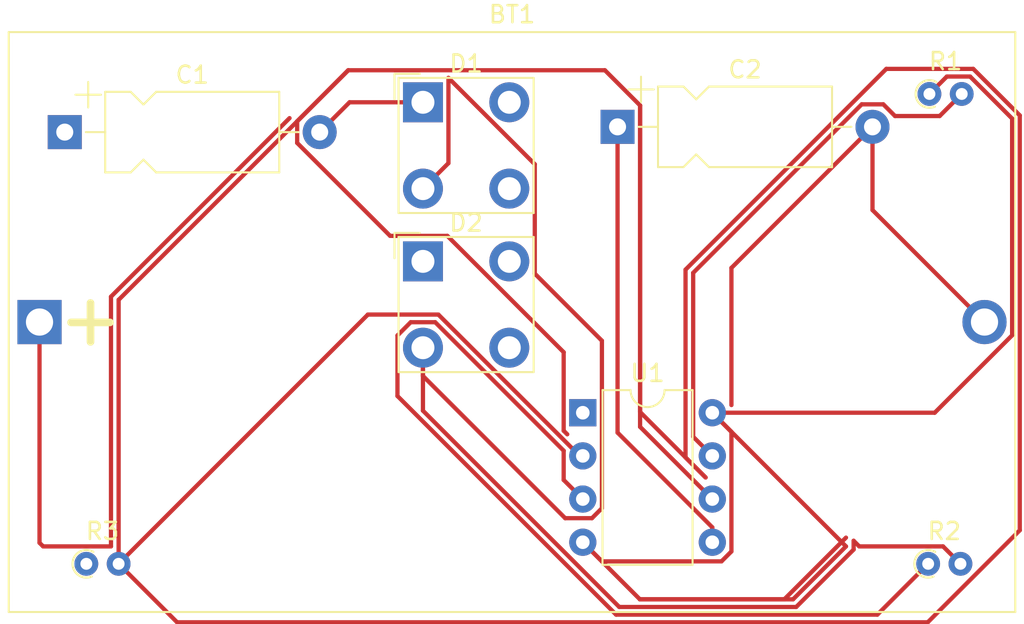
<source format=kicad_pcb>
(kicad_pcb (version 20171130) (host pcbnew 5.1.10-88a1d61d58~90~ubuntu21.04.1)

  (general
    (thickness 1.6)
    (drawings 0)
    (tracks 93)
    (zones 0)
    (modules 9)
    (nets 8)
  )

  (page A4)
  (layers
    (0 F.Cu signal)
    (31 B.Cu signal)
    (32 B.Adhes user)
    (33 F.Adhes user)
    (34 B.Paste user)
    (35 F.Paste user)
    (36 B.SilkS user)
    (37 F.SilkS user)
    (38 B.Mask user)
    (39 F.Mask user)
    (40 Dwgs.User user)
    (41 Cmts.User user)
    (42 Eco1.User user)
    (43 Eco2.User user)
    (44 Edge.Cuts user)
    (45 Margin user)
    (46 B.CrtYd user)
    (47 F.CrtYd user)
    (48 B.Fab user)
    (49 F.Fab user)
  )

  (setup
    (last_trace_width 0.25)
    (trace_clearance 0.2)
    (zone_clearance 0.508)
    (zone_45_only no)
    (trace_min 0.2)
    (via_size 0.8)
    (via_drill 0.4)
    (via_min_size 0.4)
    (via_min_drill 0.3)
    (uvia_size 0.3)
    (uvia_drill 0.1)
    (uvias_allowed no)
    (uvia_min_size 0.2)
    (uvia_min_drill 0.1)
    (edge_width 0.05)
    (segment_width 0.2)
    (pcb_text_width 0.3)
    (pcb_text_size 1.5 1.5)
    (mod_edge_width 0.12)
    (mod_text_size 1 1)
    (mod_text_width 0.15)
    (pad_size 1.524 1.524)
    (pad_drill 0.762)
    (pad_to_mask_clearance 0)
    (aux_axis_origin 0 0)
    (visible_elements FFFFFF7F)
    (pcbplotparams
      (layerselection 0x010fc_ffffffff)
      (usegerberextensions false)
      (usegerberattributes true)
      (usegerberadvancedattributes true)
      (creategerberjobfile true)
      (excludeedgelayer true)
      (linewidth 0.100000)
      (plotframeref false)
      (viasonmask false)
      (mode 1)
      (useauxorigin false)
      (hpglpennumber 1)
      (hpglpenspeed 20)
      (hpglpendiameter 15.000000)
      (psnegative false)
      (psa4output false)
      (plotreference true)
      (plotvalue true)
      (plotinvisibletext false)
      (padsonsilk false)
      (subtractmaskfromsilk false)
      (outputformat 1)
      (mirror false)
      (drillshape 1)
      (scaleselection 1)
      (outputdirectory ""))
  )

  (net 0 "")
  (net 1 "Net-(BT1-Pad1)")
  (net 2 GND)
  (net 3 "Net-(C1-Pad1)")
  (net 4 "Net-(C2-Pad1)")
  (net 5 "Net-(D1-Pad2)")
  (net 6 "Net-(R1-Pad2)")
  (net 7 "Net-(R2-Pad1)")

  (net_class Default "This is the default net class."
    (clearance 0.2)
    (trace_width 0.25)
    (via_dia 0.8)
    (via_drill 0.4)
    (uvia_dia 0.3)
    (uvia_drill 0.1)
    (add_net GND)
    (add_net "Net-(BT1-Pad1)")
    (add_net "Net-(C1-Pad1)")
    (add_net "Net-(C2-Pad1)")
    (add_net "Net-(D1-Pad2)")
    (add_net "Net-(R1-Pad2)")
    (add_net "Net-(R2-Pad1)")
  )

  (module Package_DIP:DIP-8_W7.62mm (layer F.Cu) (tedit 5A02E8C5) (tstamp 61321EA6)
    (at 134.62 50.8)
    (descr "8-lead though-hole mounted DIP package, row spacing 7.62 mm (300 mils)")
    (tags "THT DIP DIL PDIP 2.54mm 7.62mm 300mil")
    (path /6131B312)
    (fp_text reference U1 (at 3.81 -2.33) (layer F.SilkS)
      (effects (font (size 1 1) (thickness 0.15)))
    )
    (fp_text value LM555xN (at 3.81 9.95) (layer F.Fab)
      (effects (font (size 1 1) (thickness 0.15)))
    )
    (fp_text user %R (at 3.81 3.81) (layer F.Fab)
      (effects (font (size 1 1) (thickness 0.15)))
    )
    (fp_arc (start 3.81 -1.33) (end 2.81 -1.33) (angle -180) (layer F.SilkS) (width 0.12))
    (fp_line (start 1.635 -1.27) (end 6.985 -1.27) (layer F.Fab) (width 0.1))
    (fp_line (start 6.985 -1.27) (end 6.985 8.89) (layer F.Fab) (width 0.1))
    (fp_line (start 6.985 8.89) (end 0.635 8.89) (layer F.Fab) (width 0.1))
    (fp_line (start 0.635 8.89) (end 0.635 -0.27) (layer F.Fab) (width 0.1))
    (fp_line (start 0.635 -0.27) (end 1.635 -1.27) (layer F.Fab) (width 0.1))
    (fp_line (start 2.81 -1.33) (end 1.16 -1.33) (layer F.SilkS) (width 0.12))
    (fp_line (start 1.16 -1.33) (end 1.16 8.95) (layer F.SilkS) (width 0.12))
    (fp_line (start 1.16 8.95) (end 6.46 8.95) (layer F.SilkS) (width 0.12))
    (fp_line (start 6.46 8.95) (end 6.46 -1.33) (layer F.SilkS) (width 0.12))
    (fp_line (start 6.46 -1.33) (end 4.81 -1.33) (layer F.SilkS) (width 0.12))
    (fp_line (start -1.1 -1.55) (end -1.1 9.15) (layer F.CrtYd) (width 0.05))
    (fp_line (start -1.1 9.15) (end 8.7 9.15) (layer F.CrtYd) (width 0.05))
    (fp_line (start 8.7 9.15) (end 8.7 -1.55) (layer F.CrtYd) (width 0.05))
    (fp_line (start 8.7 -1.55) (end -1.1 -1.55) (layer F.CrtYd) (width 0.05))
    (pad 8 thru_hole oval (at 7.62 0) (size 1.6 1.6) (drill 0.8) (layers *.Cu *.Mask)
      (net 1 "Net-(BT1-Pad1)"))
    (pad 4 thru_hole oval (at 0 7.62) (size 1.6 1.6) (drill 0.8) (layers *.Cu *.Mask)
      (net 1 "Net-(BT1-Pad1)"))
    (pad 7 thru_hole oval (at 7.62 2.54) (size 1.6 1.6) (drill 0.8) (layers *.Cu *.Mask)
      (net 6 "Net-(R1-Pad2)"))
    (pad 3 thru_hole oval (at 0 5.08) (size 1.6 1.6) (drill 0.8) (layers *.Cu *.Mask)
      (net 7 "Net-(R2-Pad1)"))
    (pad 6 thru_hole oval (at 7.62 5.08) (size 1.6 1.6) (drill 0.8) (layers *.Cu *.Mask)
      (net 3 "Net-(C1-Pad1)"))
    (pad 2 thru_hole oval (at 0 2.54) (size 1.6 1.6) (drill 0.8) (layers *.Cu *.Mask)
      (net 3 "Net-(C1-Pad1)"))
    (pad 5 thru_hole oval (at 7.62 7.62) (size 1.6 1.6) (drill 0.8) (layers *.Cu *.Mask)
      (net 4 "Net-(C2-Pad1)"))
    (pad 1 thru_hole rect (at 0 0) (size 1.6 1.6) (drill 0.8) (layers *.Cu *.Mask)
      (net 2 GND))
    (model ${KISYS3DMOD}/Package_DIP.3dshapes/DIP-8_W7.62mm.wrl
      (at (xyz 0 0 0))
      (scale (xyz 1 1 1))
      (rotate (xyz 0 0 0))
    )
  )

  (module Resistor_THT:R_Axial_DIN0204_L3.6mm_D1.6mm_P1.90mm_Vertical (layer F.Cu) (tedit 5AE5139B) (tstamp 61321E8A)
    (at 105.41 59.69)
    (descr "Resistor, Axial_DIN0204 series, Axial, Vertical, pin pitch=1.9mm, 0.167W, length*diameter=3.6*1.6mm^2, http://cdn-reichelt.de/documents/datenblatt/B400/1_4W%23YAG.pdf")
    (tags "Resistor Axial_DIN0204 series Axial Vertical pin pitch 1.9mm 0.167W length 3.6mm diameter 1.6mm")
    (path /6131D77D)
    (fp_text reference R3 (at 0.95 -1.92) (layer F.SilkS)
      (effects (font (size 1 1) (thickness 0.15)))
    )
    (fp_text value 10k (at 0.95 1.92) (layer F.Fab)
      (effects (font (size 1 1) (thickness 0.15)))
    )
    (fp_text user %R (at 0.95 -1.92) (layer F.Fab)
      (effects (font (size 1 1) (thickness 0.15)))
    )
    (fp_arc (start 0 0) (end 0.417133 -0.7) (angle -233.92106) (layer F.SilkS) (width 0.12))
    (fp_circle (center 0 0) (end 0.8 0) (layer F.Fab) (width 0.1))
    (fp_line (start 0 0) (end 1.9 0) (layer F.Fab) (width 0.1))
    (fp_line (start -1.05 -1.05) (end -1.05 1.05) (layer F.CrtYd) (width 0.05))
    (fp_line (start -1.05 1.05) (end 2.86 1.05) (layer F.CrtYd) (width 0.05))
    (fp_line (start 2.86 1.05) (end 2.86 -1.05) (layer F.CrtYd) (width 0.05))
    (fp_line (start 2.86 -1.05) (end -1.05 -1.05) (layer F.CrtYd) (width 0.05))
    (pad 2 thru_hole oval (at 1.9 0) (size 1.4 1.4) (drill 0.7) (layers *.Cu *.Mask)
      (net 3 "Net-(C1-Pad1)"))
    (pad 1 thru_hole circle (at 0 0) (size 1.4 1.4) (drill 0.7) (layers *.Cu *.Mask)
      (net 6 "Net-(R1-Pad2)"))
    (model ${KISYS3DMOD}/Resistor_THT.3dshapes/R_Axial_DIN0204_L3.6mm_D1.6mm_P1.90mm_Vertical.wrl
      (at (xyz 0 0 0))
      (scale (xyz 1 1 1))
      (rotate (xyz 0 0 0))
    )
  )

  (module Resistor_THT:R_Axial_DIN0204_L3.6mm_D1.6mm_P1.90mm_Vertical (layer F.Cu) (tedit 5AE5139B) (tstamp 61321E7C)
    (at 154.94 59.69)
    (descr "Resistor, Axial_DIN0204 series, Axial, Vertical, pin pitch=1.9mm, 0.167W, length*diameter=3.6*1.6mm^2, http://cdn-reichelt.de/documents/datenblatt/B400/1_4W%23YAG.pdf")
    (tags "Resistor Axial_DIN0204 series Axial Vertical pin pitch 1.9mm 0.167W length 3.6mm diameter 1.6mm")
    (path /6131D34A)
    (fp_text reference R2 (at 0.95 -1.92) (layer F.SilkS)
      (effects (font (size 1 1) (thickness 0.15)))
    )
    (fp_text value 1k (at 0.95 1.92) (layer F.Fab)
      (effects (font (size 1 1) (thickness 0.15)))
    )
    (fp_text user %R (at 0.95 -1.92) (layer F.Fab)
      (effects (font (size 1 1) (thickness 0.15)))
    )
    (fp_arc (start 0 0) (end 0.417133 -0.7) (angle -233.92106) (layer F.SilkS) (width 0.12))
    (fp_circle (center 0 0) (end 0.8 0) (layer F.Fab) (width 0.1))
    (fp_line (start 0 0) (end 1.9 0) (layer F.Fab) (width 0.1))
    (fp_line (start -1.05 -1.05) (end -1.05 1.05) (layer F.CrtYd) (width 0.05))
    (fp_line (start -1.05 1.05) (end 2.86 1.05) (layer F.CrtYd) (width 0.05))
    (fp_line (start 2.86 1.05) (end 2.86 -1.05) (layer F.CrtYd) (width 0.05))
    (fp_line (start 2.86 -1.05) (end -1.05 -1.05) (layer F.CrtYd) (width 0.05))
    (pad 2 thru_hole oval (at 1.9 0) (size 1.4 1.4) (drill 0.7) (layers *.Cu *.Mask)
      (net 5 "Net-(D1-Pad2)"))
    (pad 1 thru_hole circle (at 0 0) (size 1.4 1.4) (drill 0.7) (layers *.Cu *.Mask)
      (net 7 "Net-(R2-Pad1)"))
    (model ${KISYS3DMOD}/Resistor_THT.3dshapes/R_Axial_DIN0204_L3.6mm_D1.6mm_P1.90mm_Vertical.wrl
      (at (xyz 0 0 0))
      (scale (xyz 1 1 1))
      (rotate (xyz 0 0 0))
    )
  )

  (module Resistor_THT:R_Axial_DIN0204_L3.6mm_D1.6mm_P1.90mm_Vertical (layer F.Cu) (tedit 5AE5139B) (tstamp 61321E6E)
    (at 155.015001 32.045001)
    (descr "Resistor, Axial_DIN0204 series, Axial, Vertical, pin pitch=1.9mm, 0.167W, length*diameter=3.6*1.6mm^2, http://cdn-reichelt.de/documents/datenblatt/B400/1_4W%23YAG.pdf")
    (tags "Resistor Axial_DIN0204 series Axial Vertical pin pitch 1.9mm 0.167W length 3.6mm diameter 1.6mm")
    (path /6131CE53)
    (fp_text reference R1 (at 0.95 -1.92) (layer F.SilkS)
      (effects (font (size 1 1) (thickness 0.15)))
    )
    (fp_text value 4k (at 0.95 1.92) (layer F.Fab)
      (effects (font (size 1 1) (thickness 0.15)))
    )
    (fp_text user %R (at 0.95 -1.92) (layer F.Fab)
      (effects (font (size 1 1) (thickness 0.15)))
    )
    (fp_arc (start 0 0) (end 0.417133 -0.7) (angle -233.92106) (layer F.SilkS) (width 0.12))
    (fp_circle (center 0 0) (end 0.8 0) (layer F.Fab) (width 0.1))
    (fp_line (start 0 0) (end 1.9 0) (layer F.Fab) (width 0.1))
    (fp_line (start -1.05 -1.05) (end -1.05 1.05) (layer F.CrtYd) (width 0.05))
    (fp_line (start -1.05 1.05) (end 2.86 1.05) (layer F.CrtYd) (width 0.05))
    (fp_line (start 2.86 1.05) (end 2.86 -1.05) (layer F.CrtYd) (width 0.05))
    (fp_line (start 2.86 -1.05) (end -1.05 -1.05) (layer F.CrtYd) (width 0.05))
    (pad 2 thru_hole oval (at 1.9 0) (size 1.4 1.4) (drill 0.7) (layers *.Cu *.Mask)
      (net 6 "Net-(R1-Pad2)"))
    (pad 1 thru_hole circle (at 0 0) (size 1.4 1.4) (drill 0.7) (layers *.Cu *.Mask)
      (net 1 "Net-(BT1-Pad1)"))
    (model ${KISYS3DMOD}/Resistor_THT.3dshapes/R_Axial_DIN0204_L3.6mm_D1.6mm_P1.90mm_Vertical.wrl
      (at (xyz 0 0 0))
      (scale (xyz 1 1 1))
      (rotate (xyz 0 0 0))
    )
  )

  (module LED_THT:LED_BL-FL7680RGB (layer F.Cu) (tedit 59F6ACD6) (tstamp 61321E60)
    (at 125.215001 41.895001)
    (descr "'Piranha' RGB LED, through hole, common anode, 7.62x7.62mm, BGRA pin order, https://cdn-shop.adafruit.com/datasheets/BL-FL7680RGB.pdf")
    (tags "RGB LED Piranha Super-Flux BetLux")
    (path /6131E373)
    (fp_text reference D2 (at 2.54 -2.27) (layer F.SilkS)
      (effects (font (size 1 1) (thickness 0.15)))
    )
    (fp_text value LED (at 2.54 7.35) (layer F.Fab)
      (effects (font (size 1 1) (thickness 0.15)))
    )
    (fp_text user %R (at 2.54 2.54) (layer F.Fab)
      (effects (font (size 1 1) (thickness 0.15)))
    )
    (fp_line (start -0.02 -1.27) (end 6.35 -1.27) (layer F.Fab) (width 0.1))
    (fp_line (start 6.35 -1.27) (end 6.35 6.35) (layer F.Fab) (width 0.1))
    (fp_line (start 6.35 6.35) (end -1.27 6.35) (layer F.Fab) (width 0.1))
    (fp_line (start -1.27 6.35) (end -1.27 -0.02) (layer F.Fab) (width 0.1))
    (fp_line (start -1.27 -0.02) (end -0.02 -1.27) (layer F.Fab) (width 0.1))
    (fp_line (start -1.435 -1.435) (end -1.435 6.515) (layer F.SilkS) (width 0.12))
    (fp_line (start -1.435 6.515) (end 6.515 6.515) (layer F.SilkS) (width 0.12))
    (fp_line (start 6.515 6.515) (end 6.515 -1.435) (layer F.SilkS) (width 0.12))
    (fp_line (start 6.515 -1.435) (end -1.435 -1.435) (layer F.SilkS) (width 0.12))
    (fp_line (start -1.675 -0.185) (end -1.675 -1.675) (layer F.SilkS) (width 0.12))
    (fp_line (start -1.675 -1.675) (end -0.185 -1.675) (layer F.SilkS) (width 0.12))
    (fp_line (start -1.52 -1.52) (end -1.52 6.6) (layer F.CrtYd) (width 0.05))
    (fp_line (start -1.52 6.6) (end 6.6 6.6) (layer F.CrtYd) (width 0.05))
    (fp_line (start 6.6 6.6) (end 6.6 -1.52) (layer F.CrtYd) (width 0.05))
    (fp_line (start 6.6 -1.52) (end -1.52 -1.52) (layer F.CrtYd) (width 0.05))
    (pad 3 thru_hole circle (at 5.08 5.08) (size 2.35 2.35) (drill 1.35) (layers *.Cu *.Mask))
    (pad 4 thru_hole circle (at 5.08 0) (size 2.35 2.35) (drill 1.35) (layers *.Cu *.Mask))
    (pad 2 thru_hole circle (at 0 5.08) (size 2.35 2.35) (drill 1.35) (layers *.Cu *.Mask)
      (net 5 "Net-(D1-Pad2)"))
    (pad 1 thru_hole rect (at 0 0) (size 2.35 2.35) (drill 1.35) (layers *.Cu *.Mask)
      (net 2 GND))
    (model ${KISYS3DMOD}/LED_THT.3dshapes/LED_BL-FL7680RGB.wrl
      (at (xyz 0 0 0))
      (scale (xyz 1 1 1))
      (rotate (xyz 0 0 0))
    )
  )

  (module LED_THT:LED_BL-FL7680RGB (layer F.Cu) (tedit 59F6ACD6) (tstamp 61321E48)
    (at 125.215001 32.535001)
    (descr "'Piranha' RGB LED, through hole, common anode, 7.62x7.62mm, BGRA pin order, https://cdn-shop.adafruit.com/datasheets/BL-FL7680RGB.pdf")
    (tags "RGB LED Piranha Super-Flux BetLux")
    (path /6131DD81)
    (fp_text reference D1 (at 2.54 -2.27) (layer F.SilkS)
      (effects (font (size 1 1) (thickness 0.15)))
    )
    (fp_text value LED (at 2.54 7.35) (layer F.Fab)
      (effects (font (size 1 1) (thickness 0.15)))
    )
    (fp_text user %R (at 2.54 2.54) (layer F.Fab)
      (effects (font (size 1 1) (thickness 0.15)))
    )
    (fp_line (start -0.02 -1.27) (end 6.35 -1.27) (layer F.Fab) (width 0.1))
    (fp_line (start 6.35 -1.27) (end 6.35 6.35) (layer F.Fab) (width 0.1))
    (fp_line (start 6.35 6.35) (end -1.27 6.35) (layer F.Fab) (width 0.1))
    (fp_line (start -1.27 6.35) (end -1.27 -0.02) (layer F.Fab) (width 0.1))
    (fp_line (start -1.27 -0.02) (end -0.02 -1.27) (layer F.Fab) (width 0.1))
    (fp_line (start -1.435 -1.435) (end -1.435 6.515) (layer F.SilkS) (width 0.12))
    (fp_line (start -1.435 6.515) (end 6.515 6.515) (layer F.SilkS) (width 0.12))
    (fp_line (start 6.515 6.515) (end 6.515 -1.435) (layer F.SilkS) (width 0.12))
    (fp_line (start 6.515 -1.435) (end -1.435 -1.435) (layer F.SilkS) (width 0.12))
    (fp_line (start -1.675 -0.185) (end -1.675 -1.675) (layer F.SilkS) (width 0.12))
    (fp_line (start -1.675 -1.675) (end -0.185 -1.675) (layer F.SilkS) (width 0.12))
    (fp_line (start -1.52 -1.52) (end -1.52 6.6) (layer F.CrtYd) (width 0.05))
    (fp_line (start -1.52 6.6) (end 6.6 6.6) (layer F.CrtYd) (width 0.05))
    (fp_line (start 6.6 6.6) (end 6.6 -1.52) (layer F.CrtYd) (width 0.05))
    (fp_line (start 6.6 -1.52) (end -1.52 -1.52) (layer F.CrtYd) (width 0.05))
    (pad 3 thru_hole circle (at 5.08 5.08) (size 2.35 2.35) (drill 1.35) (layers *.Cu *.Mask))
    (pad 4 thru_hole circle (at 5.08 0) (size 2.35 2.35) (drill 1.35) (layers *.Cu *.Mask))
    (pad 2 thru_hole circle (at 0 5.08) (size 2.35 2.35) (drill 1.35) (layers *.Cu *.Mask)
      (net 5 "Net-(D1-Pad2)"))
    (pad 1 thru_hole rect (at 0 0) (size 2.35 2.35) (drill 1.35) (layers *.Cu *.Mask)
      (net 2 GND))
    (model ${KISYS3DMOD}/LED_THT.3dshapes/LED_BL-FL7680RGB.wrl
      (at (xyz 0 0 0))
      (scale (xyz 1 1 1))
      (rotate (xyz 0 0 0))
    )
  )

  (module Capacitor_THT:CP_Axial_L10.0mm_D4.5mm_P15.00mm_Horizontal (layer F.Cu) (tedit 5AE50EF2) (tstamp 61321E30)
    (at 136.665001 33.980001)
    (descr "CP, Axial series, Axial, Horizontal, pin pitch=15mm, , length*diameter=10*4.5mm^2, Electrolytic Capacitor, , http://www.vishay.com/docs/28325/021asm.pdf")
    (tags "CP Axial series Axial Horizontal pin pitch 15mm  length 10mm diameter 4.5mm Electrolytic Capacitor")
    (path /61322A7E)
    (fp_text reference C2 (at 7.5 -3.37) (layer F.SilkS)
      (effects (font (size 1 1) (thickness 0.15)))
    )
    (fp_text value C (at 7.5 3.37) (layer F.Fab)
      (effects (font (size 1 1) (thickness 0.15)))
    )
    (fp_line (start 16.25 -2.5) (end -1.25 -2.5) (layer F.CrtYd) (width 0.05))
    (fp_line (start 16.25 2.5) (end 16.25 -2.5) (layer F.CrtYd) (width 0.05))
    (fp_line (start -1.25 2.5) (end 16.25 2.5) (layer F.CrtYd) (width 0.05))
    (fp_line (start -1.25 -2.5) (end -1.25 2.5) (layer F.CrtYd) (width 0.05))
    (fp_line (start 13.76 0) (end 12.62 0) (layer F.SilkS) (width 0.12))
    (fp_line (start 1.24 0) (end 2.38 0) (layer F.SilkS) (width 0.12))
    (fp_line (start 5.38 2.37) (end 12.62 2.37) (layer F.SilkS) (width 0.12))
    (fp_line (start 4.63 1.62) (end 5.38 2.37) (layer F.SilkS) (width 0.12))
    (fp_line (start 3.88 2.37) (end 4.63 1.62) (layer F.SilkS) (width 0.12))
    (fp_line (start 2.38 2.37) (end 3.88 2.37) (layer F.SilkS) (width 0.12))
    (fp_line (start 5.38 -2.37) (end 12.62 -2.37) (layer F.SilkS) (width 0.12))
    (fp_line (start 4.63 -1.62) (end 5.38 -2.37) (layer F.SilkS) (width 0.12))
    (fp_line (start 3.88 -2.37) (end 4.63 -1.62) (layer F.SilkS) (width 0.12))
    (fp_line (start 2.38 -2.37) (end 3.88 -2.37) (layer F.SilkS) (width 0.12))
    (fp_line (start 12.62 -2.37) (end 12.62 2.37) (layer F.SilkS) (width 0.12))
    (fp_line (start 2.38 -2.37) (end 2.38 2.37) (layer F.SilkS) (width 0.12))
    (fp_line (start 1.38 -2.95) (end 1.38 -1.45) (layer F.SilkS) (width 0.12))
    (fp_line (start 0.63 -2.2) (end 2.13 -2.2) (layer F.SilkS) (width 0.12))
    (fp_line (start 4.65 -0.75) (end 4.65 0.75) (layer F.Fab) (width 0.1))
    (fp_line (start 3.9 0) (end 5.4 0) (layer F.Fab) (width 0.1))
    (fp_line (start 15 0) (end 12.5 0) (layer F.Fab) (width 0.1))
    (fp_line (start 0 0) (end 2.5 0) (layer F.Fab) (width 0.1))
    (fp_line (start 5.38 2.25) (end 12.5 2.25) (layer F.Fab) (width 0.1))
    (fp_line (start 4.63 1.5) (end 5.38 2.25) (layer F.Fab) (width 0.1))
    (fp_line (start 3.88 2.25) (end 4.63 1.5) (layer F.Fab) (width 0.1))
    (fp_line (start 2.5 2.25) (end 3.88 2.25) (layer F.Fab) (width 0.1))
    (fp_line (start 5.38 -2.25) (end 12.5 -2.25) (layer F.Fab) (width 0.1))
    (fp_line (start 4.63 -1.5) (end 5.38 -2.25) (layer F.Fab) (width 0.1))
    (fp_line (start 3.88 -2.25) (end 4.63 -1.5) (layer F.Fab) (width 0.1))
    (fp_line (start 2.5 -2.25) (end 3.88 -2.25) (layer F.Fab) (width 0.1))
    (fp_line (start 12.5 -2.25) (end 12.5 2.25) (layer F.Fab) (width 0.1))
    (fp_line (start 2.5 -2.25) (end 2.5 2.25) (layer F.Fab) (width 0.1))
    (fp_text user %R (at 7.5 0) (layer F.Fab)
      (effects (font (size 1 1) (thickness 0.15)))
    )
    (pad 1 thru_hole rect (at 0 0) (size 2 2) (drill 1) (layers *.Cu *.Mask)
      (net 4 "Net-(C2-Pad1)"))
    (pad 2 thru_hole oval (at 15 0) (size 2 2) (drill 1) (layers *.Cu *.Mask)
      (net 2 GND))
    (model ${KISYS3DMOD}/Capacitor_THT.3dshapes/CP_Axial_L10.0mm_D4.5mm_P15.00mm_Horizontal.wrl
      (at (xyz 0 0 0))
      (scale (xyz 1 1 1))
      (rotate (xyz 0 0 0))
    )
  )

  (module Capacitor_THT:CP_Axial_L10.0mm_D4.5mm_P15.00mm_Horizontal (layer F.Cu) (tedit 5AE50EF2) (tstamp 61321E09)
    (at 104.14 34.29)
    (descr "CP, Axial series, Axial, Horizontal, pin pitch=15mm, , length*diameter=10*4.5mm^2, Electrolytic Capacitor, , http://www.vishay.com/docs/28325/021asm.pdf")
    (tags "CP Axial series Axial Horizontal pin pitch 15mm  length 10mm diameter 4.5mm Electrolytic Capacitor")
    (path /61322102)
    (fp_text reference C1 (at 7.5 -3.37) (layer F.SilkS)
      (effects (font (size 1 1) (thickness 0.15)))
    )
    (fp_text value C (at 7.5 3.37) (layer F.Fab)
      (effects (font (size 1 1) (thickness 0.15)))
    )
    (fp_text user %R (at 7.5 0) (layer F.Fab)
      (effects (font (size 1 1) (thickness 0.15)))
    )
    (fp_line (start 2.5 -2.25) (end 2.5 2.25) (layer F.Fab) (width 0.1))
    (fp_line (start 12.5 -2.25) (end 12.5 2.25) (layer F.Fab) (width 0.1))
    (fp_line (start 2.5 -2.25) (end 3.88 -2.25) (layer F.Fab) (width 0.1))
    (fp_line (start 3.88 -2.25) (end 4.63 -1.5) (layer F.Fab) (width 0.1))
    (fp_line (start 4.63 -1.5) (end 5.38 -2.25) (layer F.Fab) (width 0.1))
    (fp_line (start 5.38 -2.25) (end 12.5 -2.25) (layer F.Fab) (width 0.1))
    (fp_line (start 2.5 2.25) (end 3.88 2.25) (layer F.Fab) (width 0.1))
    (fp_line (start 3.88 2.25) (end 4.63 1.5) (layer F.Fab) (width 0.1))
    (fp_line (start 4.63 1.5) (end 5.38 2.25) (layer F.Fab) (width 0.1))
    (fp_line (start 5.38 2.25) (end 12.5 2.25) (layer F.Fab) (width 0.1))
    (fp_line (start 0 0) (end 2.5 0) (layer F.Fab) (width 0.1))
    (fp_line (start 15 0) (end 12.5 0) (layer F.Fab) (width 0.1))
    (fp_line (start 3.9 0) (end 5.4 0) (layer F.Fab) (width 0.1))
    (fp_line (start 4.65 -0.75) (end 4.65 0.75) (layer F.Fab) (width 0.1))
    (fp_line (start 0.63 -2.2) (end 2.13 -2.2) (layer F.SilkS) (width 0.12))
    (fp_line (start 1.38 -2.95) (end 1.38 -1.45) (layer F.SilkS) (width 0.12))
    (fp_line (start 2.38 -2.37) (end 2.38 2.37) (layer F.SilkS) (width 0.12))
    (fp_line (start 12.62 -2.37) (end 12.62 2.37) (layer F.SilkS) (width 0.12))
    (fp_line (start 2.38 -2.37) (end 3.88 -2.37) (layer F.SilkS) (width 0.12))
    (fp_line (start 3.88 -2.37) (end 4.63 -1.62) (layer F.SilkS) (width 0.12))
    (fp_line (start 4.63 -1.62) (end 5.38 -2.37) (layer F.SilkS) (width 0.12))
    (fp_line (start 5.38 -2.37) (end 12.62 -2.37) (layer F.SilkS) (width 0.12))
    (fp_line (start 2.38 2.37) (end 3.88 2.37) (layer F.SilkS) (width 0.12))
    (fp_line (start 3.88 2.37) (end 4.63 1.62) (layer F.SilkS) (width 0.12))
    (fp_line (start 4.63 1.62) (end 5.38 2.37) (layer F.SilkS) (width 0.12))
    (fp_line (start 5.38 2.37) (end 12.62 2.37) (layer F.SilkS) (width 0.12))
    (fp_line (start 1.24 0) (end 2.38 0) (layer F.SilkS) (width 0.12))
    (fp_line (start 13.76 0) (end 12.62 0) (layer F.SilkS) (width 0.12))
    (fp_line (start -1.25 -2.5) (end -1.25 2.5) (layer F.CrtYd) (width 0.05))
    (fp_line (start -1.25 2.5) (end 16.25 2.5) (layer F.CrtYd) (width 0.05))
    (fp_line (start 16.25 2.5) (end 16.25 -2.5) (layer F.CrtYd) (width 0.05))
    (fp_line (start 16.25 -2.5) (end -1.25 -2.5) (layer F.CrtYd) (width 0.05))
    (pad 2 thru_hole oval (at 15 0) (size 2 2) (drill 1) (layers *.Cu *.Mask)
      (net 2 GND))
    (pad 1 thru_hole rect (at 0 0) (size 2 2) (drill 1) (layers *.Cu *.Mask)
      (net 3 "Net-(C1-Pad1)"))
    (model ${KISYS3DMOD}/Capacitor_THT.3dshapes/CP_Axial_L10.0mm_D4.5mm_P15.00mm_Horizontal.wrl
      (at (xyz 0 0 0))
      (scale (xyz 1 1 1))
      (rotate (xyz 0 0 0))
    )
  )

  (module Battery:BatteryHolder_Bulgin_BX0036_1xC (layer F.Cu) (tedit 5C0C1564) (tstamp 61321DE2)
    (at 102.655001 45.465001)
    (descr "Bulgin Battery Holder, BX0036, Battery Type C (https://www.bulgin.com/products/pub/media/bulgin/data/Battery_holders.pdf)")
    (tags "Bulgin BX0036")
    (path /6137981D)
    (fp_text reference BT1 (at 27.8 -18.1) (layer F.SilkS)
      (effects (font (size 1 1) (thickness 0.15)))
    )
    (fp_text value Battery (at 27.8 1) (layer F.Fab)
      (effects (font (size 1 1) (thickness 0.15)))
    )
    (fp_text user %R (at 27.8 -1) (layer F.Fab)
      (effects (font (size 1 1) (thickness 0.1)))
    )
    (fp_text user + (at 3 -0.2) (layer F.SilkS)
      (effects (font (size 3 3) (thickness 0.45)))
    )
    (fp_line (start -1.75 17) (end -1.75 -17) (layer F.Fab) (width 0.1))
    (fp_line (start 57.35 17) (end -1.75 17) (layer F.Fab) (width 0.1))
    (fp_line (start 57.35 -17) (end 57.35 17) (layer F.Fab) (width 0.1))
    (fp_line (start -1.75 -17) (end 57.35 -17) (layer F.Fab) (width 0.1))
    (fp_line (start -2.3 -17.5) (end 57.9 -17.5) (layer F.CrtYd) (width 0.05))
    (fp_line (start 57.9 -17.5) (end 57.9 17.5) (layer F.CrtYd) (width 0.05))
    (fp_line (start 57.9 17.5) (end -2.3 17.5) (layer F.CrtYd) (width 0.05))
    (fp_line (start -2.3 17.5) (end -2.3 -17.5) (layer F.CrtYd) (width 0.05))
    (fp_line (start -1.81 -17.06) (end -1.81 17.06) (layer F.SilkS) (width 0.12))
    (fp_line (start 57.41 -17.06) (end 57.41 17.06) (layer F.SilkS) (width 0.12))
    (fp_line (start -1.81 -17.06) (end 57.41 -17.06) (layer F.SilkS) (width 0.12))
    (fp_line (start -1.81 17.06) (end 57.41 17.06) (layer F.SilkS) (width 0.12))
    (pad "" np_thru_hole circle (at 43.7 0) (size 3.8 3.8) (drill 3.8) (layers *.Cu *.Mask))
    (pad "" np_thru_hole circle (at 11.9 0) (size 3.8 3.8) (drill 3.8) (layers *.Cu *.Mask))
    (pad 1 thru_hole rect (at 0 0) (size 2.6 2.6) (drill 1.6) (layers *.Cu *.Mask)
      (net 1 "Net-(BT1-Pad1)"))
    (pad 2 thru_hole circle (at 55.6 0) (size 2.6 2.6) (drill 1.6) (layers *.Cu *.Mask)
      (net 2 GND))
    (model ${KISYS3DMOD}/Battery.3dshapes/BatteryHolder_Bulgin_BX0036_1xC.wrl
      (at (xyz 0 0 0))
      (scale (xyz 1 1 1))
      (rotate (xyz 0 0 0))
    )
  )

  (segment (start 155.325004 50.8) (end 142.24 50.8) (width 0.25) (layer F.Cu) (net 1))
  (segment (start 159.880002 46.245002) (end 155.325004 50.8) (width 0.25) (layer F.Cu) (net 1))
  (segment (start 157.407002 31.02) (end 159.880002 33.493) (width 0.25) (layer F.Cu) (net 1))
  (segment (start 159.880002 33.493) (end 159.880002 46.245002) (width 0.25) (layer F.Cu) (net 1))
  (segment (start 156.040002 31.02) (end 157.407002 31.02) (width 0.25) (layer F.Cu) (net 1))
  (segment (start 155.015001 32.045001) (end 156.040002 31.02) (width 0.25) (layer F.Cu) (net 1))
  (segment (start 142.24 50.8) (end 150.104999 58.664999) (width 0.25) (layer F.Cu) (net 1))
  (segment (start 143.365001 51.925001) (end 142.24 50.8) (width 0.25) (layer F.Cu) (net 1))
  (segment (start 143.365001 58.960001) (end 143.365001 51.925001) (width 0.25) (layer F.Cu) (net 1))
  (segment (start 142.780001 59.545001) (end 143.365001 58.960001) (width 0.25) (layer F.Cu) (net 1))
  (segment (start 135.745001 59.545001) (end 142.780001 59.545001) (width 0.25) (layer F.Cu) (net 1))
  (segment (start 134.62 58.42) (end 135.745001 59.545001) (width 0.25) (layer F.Cu) (net 1))
  (segment (start 146.990008 61.77999) (end 150.104998 58.665) (width 0.25) (layer F.Cu) (net 1))
  (segment (start 137.97999 61.77999) (end 146.990008 61.77999) (width 0.25) (layer F.Cu) (net 1))
  (segment (start 134.62 58.42) (end 137.97999 61.77999) (width 0.25) (layer F.Cu) (net 1))
  (segment (start 146.473614 61.77999) (end 150.104999 58.148605) (width 0.25) (layer F.Cu) (net 1))
  (segment (start 137.97999 61.77999) (end 146.473614 61.77999) (width 0.25) (layer F.Cu) (net 1))
  (segment (start 106.859991 43.972597) (end 117.364989 33.467599) (width 0.25) (layer F.Cu) (net 1))
  (segment (start 106.85999 58.664999) (end 106.859991 43.972597) (width 0.25) (layer F.Cu) (net 1))
  (segment (start 102.867997 58.664999) (end 106.85999 58.664999) (width 0.25) (layer F.Cu) (net 1))
  (segment (start 102.655001 58.452003) (end 102.867997 58.664999) (width 0.25) (layer F.Cu) (net 1))
  (segment (start 102.655001 45.465001) (end 102.655001 58.452003) (width 0.25) (layer F.Cu) (net 1))
  (segment (start 151.665001 38.875001) (end 158.255001 45.465001) (width 0.25) (layer F.Cu) (net 2))
  (segment (start 151.665001 33.980001) (end 151.665001 38.875001) (width 0.25) (layer F.Cu) (net 2))
  (segment (start 143.365001 42.280001) (end 143.365001 50.34999) (width 0.25) (layer F.Cu) (net 2))
  (segment (start 151.665001 33.980001) (end 143.365001 42.280001) (width 0.25) (layer F.Cu) (net 2))
  (segment (start 120.894999 32.535001) (end 119.14 34.29) (width 0.25) (layer F.Cu) (net 2))
  (segment (start 125.215001 32.535001) (end 120.894999 32.535001) (width 0.25) (layer F.Cu) (net 2))
  (segment (start 133.494999 51.860001) (end 133.704998 52.07) (width 0.25) (layer F.Cu) (net 3))
  (segment (start 142.24 55.88) (end 137.990002 51.630002) (width 0.25) (layer F.Cu) (net 3))
  (segment (start 137.990002 51.630002) (end 137.990002 32.72) (width 0.25) (layer F.Cu) (net 3))
  (segment (start 120.819008 30.64999) (end 117.814999 33.653999) (width 0.25) (layer F.Cu) (net 3))
  (segment (start 117.814999 33.653999) (end 117.814999 34.926001) (width 0.25) (layer F.Cu) (net 3))
  (segment (start 117.814999 34.926001) (end 123.283998 40.395) (width 0.25) (layer F.Cu) (net 3))
  (segment (start 126.650002 40.395) (end 123.283998 40.395) (width 0.25) (layer F.Cu) (net 3))
  (segment (start 133.494999 47.239997) (end 126.650002 40.395) (width 0.25) (layer F.Cu) (net 3))
  (segment (start 133.494999 51.860001) (end 133.494999 47.239997) (width 0.25) (layer F.Cu) (net 3))
  (segment (start 140.664989 53.429991) (end 141.844998 54.61) (width 0.25) (layer F.Cu) (net 3))
  (segment (start 152.4776 30.56999) (end 140.664989 42.382601) (width 0.25) (layer F.Cu) (net 3))
  (segment (start 157.593402 30.56999) (end 152.4776 30.56999) (width 0.25) (layer F.Cu) (net 3))
  (segment (start 160.330011 33.306599) (end 157.593402 30.56999) (width 0.25) (layer F.Cu) (net 3))
  (segment (start 160.330011 57.716991) (end 160.330011 33.306599) (width 0.25) (layer F.Cu) (net 3))
  (segment (start 154.916983 63.130019) (end 160.330011 57.716991) (width 0.25) (layer F.Cu) (net 3))
  (segment (start 140.664989 42.382601) (end 140.664989 53.429991) (width 0.25) (layer F.Cu) (net 3))
  (segment (start 110.750019 63.130019) (end 154.916983 63.130019) (width 0.25) (layer F.Cu) (net 3))
  (segment (start 107.31 59.69) (end 110.750019 63.130019) (width 0.25) (layer F.Cu) (net 3))
  (segment (start 107.31 44.158998) (end 107.31 59.69) (width 0.25) (layer F.Cu) (net 3))
  (segment (start 120.819008 30.64999) (end 107.31 44.158998) (width 0.25) (layer F.Cu) (net 3))
  (segment (start 135.919992 30.64999) (end 120.819008 30.64999) (width 0.25) (layer F.Cu) (net 3))
  (segment (start 137.990002 32.72) (end 135.919992 30.64999) (width 0.25) (layer F.Cu) (net 3))
  (segment (start 137.990002 50.755004) (end 137.990002 32.72) (width 0.25) (layer F.Cu) (net 3))
  (segment (start 141.844998 54.61) (end 137.990002 50.755004) (width 0.25) (layer F.Cu) (net 3))
  (segment (start 134.436412 53.34) (end 134.62 53.34) (width 0.25) (layer F.Cu) (net 3))
  (segment (start 126.121403 45.024991) (end 134.436412 53.34) (width 0.25) (layer F.Cu) (net 3))
  (segment (start 121.975009 45.024991) (end 126.121403 45.024991) (width 0.25) (layer F.Cu) (net 3))
  (segment (start 107.31 59.69) (end 121.975009 45.024991) (width 0.25) (layer F.Cu) (net 3))
  (segment (start 142.24 57.545002) (end 142.24 58.42) (width 0.25) (layer F.Cu) (net 4))
  (segment (start 136.665001 51.970003) (end 142.24 57.545002) (width 0.25) (layer F.Cu) (net 4))
  (segment (start 136.665001 33.980001) (end 136.665001 51.970003) (width 0.25) (layer F.Cu) (net 4))
  (segment (start 150.555008 58.8514) (end 147.176408 62.23) (width 0.25) (layer F.Cu) (net 5))
  (segment (start 150.885001 58.664999) (end 150.555008 58.335006) (width 0.25) (layer F.Cu) (net 5))
  (segment (start 155.814999 58.664999) (end 150.885001 58.664999) (width 0.25) (layer F.Cu) (net 5))
  (segment (start 150.555008 58.335006) (end 150.555008 58.8514) (width 0.25) (layer F.Cu) (net 5))
  (segment (start 156.84 59.69) (end 155.814999 58.664999) (width 0.25) (layer F.Cu) (net 5))
  (segment (start 125.215001 50.680003) (end 125.215001 46.975001) (width 0.25) (layer F.Cu) (net 5))
  (segment (start 136.764998 62.23) (end 125.215001 50.680003) (width 0.25) (layer F.Cu) (net 5))
  (segment (start 147.176408 62.23) (end 136.764998 62.23) (width 0.25) (layer F.Cu) (net 5))
  (segment (start 126.715002 36.115) (end 126.715002 31.1) (width 0.25) (layer F.Cu) (net 5))
  (segment (start 125.215001 37.615001) (end 126.715002 36.115) (width 0.25) (layer F.Cu) (net 5))
  (segment (start 125.215001 48.636701) (end 125.215001 46.975001) (width 0.25) (layer F.Cu) (net 5))
  (segment (start 133.583301 57.005001) (end 125.215001 48.636701) (width 0.25) (layer F.Cu) (net 5))
  (segment (start 135.745001 56.420001) (end 135.160001 57.005001) (width 0.25) (layer F.Cu) (net 5))
  (segment (start 135.745001 46.565001) (end 135.745001 56.420001) (width 0.25) (layer F.Cu) (net 5))
  (segment (start 131.795002 42.615002) (end 135.745001 46.565001) (width 0.25) (layer F.Cu) (net 5))
  (segment (start 135.160001 57.005001) (end 133.583301 57.005001) (width 0.25) (layer F.Cu) (net 5))
  (segment (start 131.795002 36.18) (end 131.795002 42.615002) (width 0.25) (layer F.Cu) (net 5))
  (segment (start 126.715002 31.1) (end 131.795002 36.18) (width 0.25) (layer F.Cu) (net 5))
  (segment (start 151.029 32.655) (end 141.114999 42.569001) (width 0.25) (layer F.Cu) (net 6))
  (segment (start 141.114999 52.214999) (end 142.24 53.34) (width 0.25) (layer F.Cu) (net 6))
  (segment (start 152.301002 32.655) (end 151.029 32.655) (width 0.25) (layer F.Cu) (net 6))
  (segment (start 141.114999 42.569001) (end 141.114999 52.214999) (width 0.25) (layer F.Cu) (net 6))
  (segment (start 152.990002 33.344) (end 152.301002 32.655) (width 0.25) (layer F.Cu) (net 6))
  (segment (start 155.616002 33.344) (end 152.990002 33.344) (width 0.25) (layer F.Cu) (net 6))
  (segment (start 156.915001 32.045001) (end 155.616002 33.344) (width 0.25) (layer F.Cu) (net 6))
  (segment (start 133.494999 53.034997) (end 133.494999 54.754999) (width 0.25) (layer F.Cu) (net 7))
  (segment (start 125.935002 45.475) (end 133.494999 53.034997) (width 0.25) (layer F.Cu) (net 7))
  (segment (start 124.495 45.475) (end 125.935002 45.475) (width 0.25) (layer F.Cu) (net 7))
  (segment (start 123.715 46.255) (end 124.495 45.475) (width 0.25) (layer F.Cu) (net 7))
  (segment (start 123.715 49.816412) (end 123.715 46.255) (width 0.25) (layer F.Cu) (net 7))
  (segment (start 136.578597 62.680009) (end 123.715 49.816412) (width 0.25) (layer F.Cu) (net 7))
  (segment (start 133.494999 54.754999) (end 134.62 55.88) (width 0.25) (layer F.Cu) (net 7))
  (segment (start 151.949991 62.680009) (end 136.578597 62.680009) (width 0.25) (layer F.Cu) (net 7))
  (segment (start 154.94 59.69) (end 151.949991 62.680009) (width 0.25) (layer F.Cu) (net 7))

)

</source>
